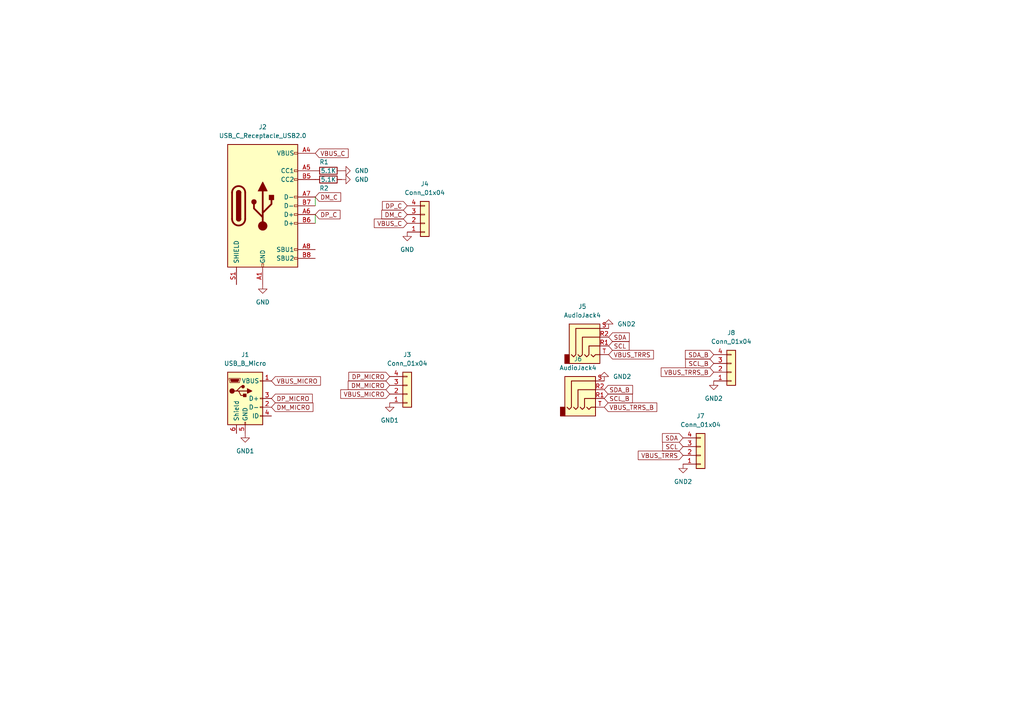
<source format=kicad_sch>
(kicad_sch (version 20211123) (generator eeschema)
  (paper "A4")
  (lib_symbols
    (symbol "Connector:AudioJack4"
      (property "Reference" "J" (at 0 8.89 0))
      (property "Value" "AudioJack4" (at 0 6.35 0))
      (symbol "AudioJack4_0_1"
        (rectangle (start -6.35 -5.08) (end -7.62 -7.62) (stroke (width 0.254)) (fill (type outline)))
        (polyline (pts (xy 0 -5.08) (xy 0.635 -5.715) (xy 1.27 -5.08) (xy 2.54 -5.08)) (stroke (width 0.254)))
        (polyline (pts (xy -5.715 -5.08) (xy -5.08 -5.715) (xy -4.445 -5.08) (xy -4.445 2.54) (xy 2.54 2.54)) (stroke (width 0.254)))
        (polyline (pts (xy -1.905 -5.08) (xy -1.27 -5.715) (xy -0.635 -5.08) (xy -0.635 -2.54) (xy 2.54 -2.54)) (stroke (width 0.254)))
        (polyline (pts (xy 2.54 0) (xy -2.54 0) (xy -2.54 -5.08) (xy -3.175 -5.715) (xy -3.81 -5.08)) (stroke (width 0.254)))
        (rectangle (start 2.54 3.81) (end -6.35 -7.62) (stroke (width 0.254)) (fill (type background)))
      )
      (symbol "AudioJack4_1_1"
        (pin passive line (at 5.08 -2.54 180) (length 2.54) (name "~") (number "R1"))
        (pin passive line (at 5.08 0 180) (length 2.54) (name "~") (number "R2"))
        (pin passive line (at 5.08 2.54 180) (length 2.54) (name "~") (number "S"))
        (pin passive line (at 5.08 -5.08 180) (length 2.54) (name "~") (number "T"))
      )
    )
    (symbol "Connector:USB_B_Micro" (pin_names (offset 1.016))
      (property "Reference" "J" (at -5.08 11.43 0))
      (property "Value" "USB_B_Micro" (at -5.08 8.89 0))
      (symbol "USB_B_Micro_0_1"
        (rectangle (start -5.08 -7.62) (end 5.08 7.62) (stroke (width 0.254)) (fill (type background)))
        (circle (center -3.81 2.159) (radius 0.635) (stroke (width 0.254)) (fill (type outline)))
        (circle (center -0.635 3.429) (radius 0.381) (stroke (width 0.254)) (fill (type outline)))
        (rectangle (start -0.127 -7.62) (end 0.127 -6.858))
        (polyline (pts (xy -1.905 2.159) (xy 0.635 2.159)) (stroke (width 0.254)))
        (polyline (pts (xy -3.175 2.159) (xy -2.54 2.159) (xy -1.27 3.429) (xy -0.635 3.429)) (stroke (width 0.254)))
        (polyline (pts (xy -2.54 2.159) (xy -1.905 2.159) (xy -1.27 0.889) (xy 0 0.889)) (stroke (width 0.254)))
        (polyline (pts (xy 0.635 2.794) (xy 0.635 1.524) (xy 1.905 2.159) (xy 0.635 2.794)) (stroke (width 0.254)) (fill (type outline)))
        (polyline (pts (xy -4.318 5.588) (xy -1.778 5.588) (xy -2.032 4.826) (xy -4.064 4.826) (xy -4.318 5.588)) (fill (type outline)))
        (polyline (pts (xy -4.699 5.842) (xy -4.699 5.588) (xy -4.445 4.826) (xy -4.445 4.572) (xy -1.651 4.572) (xy -1.651 4.826) (xy -1.397 5.588) (xy -1.397 5.842) (xy -4.699 5.842)))
        (rectangle (start 0.254 1.27) (end -0.508 0.508) (stroke (width 0.254)) (fill (type outline)))
        (rectangle (start 5.08 -5.207) (end 4.318 -4.953))
        (rectangle (start 5.08 -2.667) (end 4.318 -2.413))
        (rectangle (start 5.08 -0.127) (end 4.318 0.127))
        (rectangle (start 5.08 4.953) (end 4.318 5.207))
      )
      (symbol "USB_B_Micro_1_1"
        (pin power_out line (at 7.62 5.08 180) (length 2.54) (name "VBUS") (number "1"))
        (pin bidirectional line (at 7.62 -2.54 180) (length 2.54) (name "D-") (number "2"))
        (pin bidirectional line (at 7.62 0 180) (length 2.54) (name "D+") (number "3"))
        (pin passive line (at 7.62 -5.08 180) (length 2.54) (name "ID") (number "4"))
        (pin power_out line (at 0 -10.16 90) (length 2.54) (name "GND") (number "5"))
        (pin passive line (at -2.54 -10.16 90) (length 2.54) (name "Shield") (number "6"))
      )
    )
    (symbol "Connector:USB_C_Receptacle_USB2.0" (pin_names (offset 1.016))
      (property "Reference" "J" (at -10.16 19.05 0))
      (property "Value" "USB_C_Receptacle_USB2.0" (at 19.05 19.05 0))
      (symbol "USB_C_Receptacle_USB2.0_0_0"
        (rectangle (start -0.254 -17.78) (end 0.254 -16.764))
        (rectangle (start 10.16 -14.986) (end 9.144 -15.494))
        (rectangle (start 10.16 -12.446) (end 9.144 -12.954))
        (rectangle (start 10.16 -4.826) (end 9.144 -5.334))
        (rectangle (start 10.16 -2.286) (end 9.144 -2.794))
        (rectangle (start 10.16 0.254) (end 9.144 -0.254))
        (rectangle (start 10.16 2.794) (end 9.144 2.286))
        (rectangle (start 10.16 7.874) (end 9.144 7.366))
        (rectangle (start 10.16 10.414) (end 9.144 9.906))
        (rectangle (start 10.16 15.494) (end 9.144 14.986))
      )
      (symbol "USB_C_Receptacle_USB2.0_0_1"
        (rectangle (start -10.16 17.78) (end 10.16 -17.78) (stroke (width 0.254)) (fill (type background)))
        (arc (start -8.89 -3.81) (mid -6.985 -5.715) (end -5.08 -3.81) (stroke (width 0.508)))
        (arc (start -7.62 -3.81) (mid -6.985 -4.445) (end -6.35 -3.81) (stroke (width 0.254)))
        (arc (start -7.62 -3.81) (mid -6.985 -4.445) (end -6.35 -3.81) (stroke (width 0.254)) (fill (type outline)))
        (rectangle (start -7.62 -3.81) (end -6.35 3.81) (stroke (width 0.254)) (fill (type outline)))
        (arc (start -6.35 3.81) (mid -6.985 4.445) (end -7.62 3.81) (stroke (width 0.254)))
        (arc (start -6.35 3.81) (mid -6.985 4.445) (end -7.62 3.81) (stroke (width 0.254)) (fill (type outline)))
        (arc (start -5.08 3.81) (mid -6.985 5.715) (end -8.89 3.81) (stroke (width 0.508)))
        (circle (center -2.54 1.143) (radius 0.635) (stroke (width 0.254)) (fill (type outline)))
        (circle (center 0 -5.842) (radius 1.27) (fill (type outline)))
        (polyline (pts (xy -8.89 -3.81) (xy -8.89 3.81)) (stroke (width 0.508)))
        (polyline (pts (xy -5.08 3.81) (xy -5.08 -3.81)) (stroke (width 0.508)))
        (polyline (pts (xy 0 -5.842) (xy 0 4.318)) (stroke (width 0.508)))
        (polyline (pts (xy 0 -3.302) (xy -2.54 -0.762) (xy -2.54 0.508)) (stroke (width 0.508)))
        (polyline (pts (xy 0 -2.032) (xy 2.54 0.508) (xy 2.54 1.778)) (stroke (width 0.508)))
        (polyline (pts (xy -1.27 4.318) (xy 0 6.858) (xy 1.27 4.318) (xy -1.27 4.318)) (stroke (width 0.254)) (fill (type outline)))
        (rectangle (start 1.905 1.778) (end 3.175 3.048) (stroke (width 0.254)) (fill (type outline)))
      )
      (symbol "USB_C_Receptacle_USB2.0_1_1"
        (pin passive line (at 0 -22.86 90) (length 5.08) (name "GND") (number "A1"))
        (pin passive line (at 0 -22.86 90) (length 5.08) hide (name "GND") (number "A12"))
        (pin passive line (at 15.24 15.24 180) (length 5.08) (name "VBUS") (number "A4"))
        (pin bidirectional line (at 15.24 10.16 180) (length 5.08) (name "CC1") (number "A5"))
        (pin bidirectional line (at 15.24 -2.54 180) (length 5.08) (name "D+") (number "A6"))
        (pin bidirectional line (at 15.24 2.54 180) (length 5.08) (name "D-") (number "A7"))
        (pin bidirectional line (at 15.24 -12.7 180) (length 5.08) (name "SBU1") (number "A8"))
        (pin passive line (at 15.24 15.24 180) (length 5.08) hide (name "VBUS") (number "A9"))
        (pin passive line (at 0 -22.86 90) (length 5.08) hide (name "GND") (number "B1"))
        (pin passive line (at 0 -22.86 90) (length 5.08) hide (name "GND") (number "B12"))
        (pin passive line (at 15.24 15.24 180) (length 5.08) hide (name "VBUS") (number "B4"))
        (pin bidirectional line (at 15.24 7.62 180) (length 5.08) (name "CC2") (number "B5"))
        (pin bidirectional line (at 15.24 -5.08 180) (length 5.08) (name "D+") (number "B6"))
        (pin bidirectional line (at 15.24 0 180) (length 5.08) (name "D-") (number "B7"))
        (pin bidirectional line (at 15.24 -15.24 180) (length 5.08) (name "SBU2") (number "B8"))
        (pin passive line (at 15.24 15.24 180) (length 5.08) hide (name "VBUS") (number "B9"))
        (pin passive line (at -7.62 -22.86 90) (length 5.08) (name "SHIELD") (number "S1"))
      )
    )
    (symbol "Connector_Generic:Conn_01x04" (pin_names (offset 1.016) hide)
      (property "Reference" "J" (at 0 5.08 0))
      (property "Value" "Conn_01x04" (at 0 -7.62 0))
      (symbol "Conn_01x04_1_1"
        (rectangle (start -1.27 -4.953) (end 0 -5.207) (stroke (width 0.1524)))
        (rectangle (start -1.27 -2.413) (end 0 -2.667) (stroke (width 0.1524)))
        (rectangle (start -1.27 0.127) (end 0 -0.127) (stroke (width 0.1524)))
        (rectangle (start -1.27 2.667) (end 0 2.413) (stroke (width 0.1524)))
        (rectangle (start -1.27 3.81) (end 1.27 -6.35) (stroke (width 0.254)) (fill (type background)))
        (pin passive line (at -5.08 2.54 0) (length 3.81) (name "Pin_1") (number "1"))
        (pin passive line (at -5.08 0 0) (length 3.81) (name "Pin_2") (number "2"))
        (pin passive line (at -5.08 -2.54 0) (length 3.81) (name "Pin_3") (number "3"))
        (pin passive line (at -5.08 -5.08 0) (length 3.81) (name "Pin_4") (number "4"))
      )
    )
    (symbol "Device:R" (pin_numbers hide) (pin_names (offset 0))
      (property "Reference" "R" (at 2.032 0 90))
      (property "Value" "R" (at 0 0 90))
      (symbol "R_0_1"
        (rectangle (start -1.016 -2.54) (end 1.016 2.54) (stroke (width 0.254)))
      )
      (symbol "R_1_1"
        (pin passive line (at 0 3.81 270) (length 1.27) (name "~") (number "1"))
        (pin passive line (at 0 -3.81 90) (length 1.27) (name "~") (number "2"))
      )
    )
    (symbol "power:GND" (power) (pin_names (offset 0))
      (property "Value" "GND" (at 0 -3.81 0))
      (symbol "GND_0_1"
        (polyline (pts (xy 0 0) (xy 0 -1.27) (xy 1.27 -1.27) (xy 0 -2.54) (xy -1.27 -1.27) (xy 0 -1.27)))
      )
      (symbol "GND_1_1"
        (pin power_in line (at 0 0 270) (length 0) hide (name "GND") (number "1"))
      )
    )
    (symbol "power:GND1" (power) (pin_names (offset 0))
      (property "Value" "GND1" (at 0 -3.81 0))
      (symbol "GND1_0_1"
        (polyline (pts (xy 0 0) (xy 0 -1.27) (xy 1.27 -1.27) (xy 0 -2.54) (xy -1.27 -1.27) (xy 0 -1.27)))
      )
      (symbol "GND1_1_1"
        (pin power_in line (at 0 0 270) (length 0) hide (name "GND1") (number "1"))
      )
    )
    (symbol "power:GND2" (power) (pin_names (offset 0))
      (property "Value" "GND2" (at 0 -3.81 0))
      (symbol "GND2_0_1"
        (polyline (pts (xy 0 0) (xy 0 -1.27) (xy 1.27 -1.27) (xy 0 -2.54) (xy -1.27 -1.27) (xy 0 -1.27)))
      )
      (symbol "GND2_1_1"
        (pin power_in line (at 0 0 270) (length 0) hide (name "GND2") (number "1"))
      )
    )
  )
  (wire (pts (xy 91.44 62.23) (xy 91.44 64.77)))
  (wire (pts (xy 91.44 57.15) (xy 91.44 59.69)))
  (global_label "SCL" (shape input) (at 198.12 129.54 180) (property "Intersheet References" "${INTERSHEET_REFS}" (effects hide)))
  (global_label "VBUS_C" (shape input) (at 118.11 64.77 180) (property "Intersheet References" "${INTERSHEET_REFS}" (effects hide)))
  (global_label "SCL_B" (shape input) (at 207.01 105.41 180) (property "Intersheet References" "${INTERSHEET_REFS}" (effects hide)))
  (global_label "DM_MICRO" (shape input) (at 78.74 118.11 0) (property "Intersheet References" "${INTERSHEET_REFS}" (effects hide)))
  (global_label "VBUS_MICRO" (shape input) (at 78.74 110.49 0) (property "Intersheet References" "${INTERSHEET_REFS}" (effects hide)))
  (global_label "SDA" (shape input) (at 176.53 97.79 0) (property "Intersheet References" "${INTERSHEET_REFS}" (effects hide)))
  (global_label "SCL_B" (shape input) (at 175.26 115.57 0) (property "Intersheet References" "${INTERSHEET_REFS}" (effects hide)))
  (global_label "VBUS_TRRS_B" (shape input) (at 207.01 107.95 180) (property "Intersheet References" "${INTERSHEET_REFS}" (effects hide)))
  (global_label "DP_C" (shape input) (at 91.44 62.23 0) (property "Intersheet References" "${INTERSHEET_REFS}" (effects hide)))
  (global_label "SDA_B" (shape input) (at 207.01 102.87 180) (property "Intersheet References" "${INTERSHEET_REFS}" (effects hide)))
  (global_label "DP_MICRO" (shape input) (at 113.03 109.22 180) (property "Intersheet References" "${INTERSHEET_REFS}" (effects hide)))
  (global_label "DP_C" (shape input) (at 118.11 59.69 180) (property "Intersheet References" "${INTERSHEET_REFS}" (effects hide)))
  (global_label "VBUS_C" (shape input) (at 91.44 44.45 0) (property "Intersheet References" "${INTERSHEET_REFS}" (effects hide)))
  (global_label "DP_MICRO" (shape input) (at 78.74 115.57 0) (property "Intersheet References" "${INTERSHEET_REFS}" (effects hide)))
  (global_label "DM_C" (shape input) (at 91.44 57.15 0) (property "Intersheet References" "${INTERSHEET_REFS}" (effects hide)))
  (global_label "SDA" (shape input) (at 198.12 127 180) (property "Intersheet References" "${INTERSHEET_REFS}" (effects hide)))
  (global_label "VBUS_TRRS" (shape input) (at 198.12 132.08 180) (property "Intersheet References" "${INTERSHEET_REFS}" (effects hide)))
  (global_label "DM_MICRO" (shape input) (at 113.03 111.76 180) (property "Intersheet References" "${INTERSHEET_REFS}" (effects hide)))
  (global_label "VBUS_MICRO" (shape input) (at 113.03 114.3 180) (property "Intersheet References" "${INTERSHEET_REFS}" (effects hide)))
  (global_label "DM_C" (shape input) (at 118.11 62.23 180) (property "Intersheet References" "${INTERSHEET_REFS}" (effects hide)))
  (global_label "SDA_B" (shape input) (at 175.26 113.03 0) (property "Intersheet References" "${INTERSHEET_REFS}" (effects hide)))
  (global_label "VBUS_TRRS" (shape input) (at 176.53 102.87 0) (property "Intersheet References" "${INTERSHEET_REFS}" (effects hide)))
  (global_label "SCL" (shape input) (at 176.53 100.33 0) (property "Intersheet References" "${INTERSHEET_REFS}" (effects hide)))
  (global_label "VBUS_TRRS_B" (shape input) (at 175.26 118.11 0) (property "Intersheet References" "${INTERSHEET_REFS}" (effects hide)))
  (symbol (lib_id "power:GND") (at 99.06 49.53 90) (unit 1)
    (property "Reference" "#PWR0103" (effects hide))
    (property "Value" "GND" (at 102.87 49.5299 90) (effects (justify right)))
  )
  (symbol (lib_id "power:GND") (at 76.2 82.55 0) (unit 1)
    (property "Reference" "#PWR0102" (effects hide))
    (property "Value" "GND" (at 76.2 87.63 0))
  )
  (symbol (lib_id "Device:R") (at 95.25 49.53 90) (unit 1)
    (property "Reference" "R1" (at 93.98 46.99 90))
    (property "Value" "5.1K" (at 95.25 49.53 90))
    (property "Footprint" "Resistor_SMD:R_1206_3216Metric" (effects hide))
  )
  (symbol (lib_id "Connector_Generic:Conn_01x04") (at 203.2 132.08 0) (mirror x) (unit 1)
    (property "Reference" "J7" (at 203.2 120.65 0))
    (property "Value" "Conn_01x04" (at 203.2 123.19 0))
    (property "Footprint" "Connector_JST:JST_SH_SM04B-SRSS-TB_1x04-1MP_P1.00mm_Horizontal" (effects hide))
  )
  (symbol (lib_id "power:GND1") (at 113.03 116.84 0) (unit 1)
    (property "Reference" "#PWR0106" (effects hide))
    (property "Value" "GND1" (at 113.03 121.92 0))
  )
  (symbol (lib_id "Connector:USB_C_Receptacle_USB2.0") (at 76.2 59.69 0) (unit 1)
    (property "Reference" "J2" (at 76.2 36.83 0))
    (property "Value" "USB_C_Receptacle_USB2.0" (at 76.2 39.37 0))
    (property "Footprint" "ioparts:KH-TYPE-C-L10-14P" (effects hide))
    (property "Datasheet" "https://www.usb.org/sites/default/files/documents/usb_type-c.zip" (effects hide))
  )
  (symbol (lib_id "power:GND2") (at 207.01 110.49 0) (unit 1)
    (property "Reference" "#PWR0110" (effects hide))
    (property "Value" "GND2" (at 207.01 115.57 0))
  )
  (symbol (lib_id "Connector_Generic:Conn_01x04") (at 212.09 107.95 0) (mirror x) (unit 1)
    (property "Reference" "J8" (at 212.09 96.52 0))
    (property "Value" "Conn_01x04" (at 212.09 99.06 0))
    (property "Footprint" "Connector_JST:JST_SH_SM04B-SRSS-TB_1x04-1MP_P1.00mm_Horizontal" (effects hide))
  )
  (symbol (lib_id "Device:R") (at 95.25 52.07 90) (unit 1)
    (property "Reference" "R2" (at 93.98 54.61 90))
    (property "Value" "5.1K" (at 95.25 52.07 90))
    (property "Footprint" "Resistor_SMD:R_1206_3216Metric" (effects hide))
  )
  (symbol (lib_id "Connector:USB_B_Micro") (at 71.12 115.57 0) (unit 1)
    (property "Reference" "J1" (at 71.12 102.87 0))
    (property "Value" "USB_B_Micro" (at 71.12 105.41 0))
    (property "Footprint" "ioparts:HRO_U-G-M5WS-W-01" (effects hide))
  )
  (symbol (lib_id "power:GND1") (at 71.12 125.73 0) (unit 1)
    (property "Reference" "#PWR0101" (effects hide))
    (property "Value" "GND1" (at 71.12 130.81 0))
  )
  (symbol (lib_id "power:GND") (at 118.11 67.31 0) (unit 1)
    (property "Reference" "#PWR0105" (effects hide))
    (property "Value" "GND" (at 118.11 72.39 0))
  )
  (symbol (lib_id "Connector:AudioJack4") (at 171.45 97.79 0) (unit 1)
    (property "Reference" "J5" (at 168.91 88.9 0))
    (property "Value" "AudioJack4" (at 168.91 91.44 0))
    (property "Footprint" "Connector_Audio:Jack_3.5mm_PJ320D_Horizontal" (effects hide))
  )
  (symbol (lib_id "Connector_Generic:Conn_01x04") (at 123.19 64.77 0) (mirror x) (unit 1)
    (property "Reference" "J4" (at 123.19 53.34 0))
    (property "Value" "Conn_01x04" (at 123.19 55.88 0))
    (property "Footprint" "Connector_JST:JST_SH_BM04B-SRSS-TB_1x04-1MP_P1.00mm_Vertical" (effects hide))
  )
  (symbol (lib_id "power:GND2") (at 198.12 134.62 0) (unit 1)
    (property "Reference" "#PWR0109" (effects hide))
    (property "Value" "GND2" (at 198.12 139.7 0))
  )
  (symbol (lib_id "Connector:AudioJack4") (at 170.18 113.03 0) (unit 1)
    (property "Reference" "J6" (at 167.64 104.14 0))
    (property "Value" "AudioJack4" (at 167.64 106.68 0))
    (property "Footprint" "Connector_Audio:Jack_3.5mm_PJ320D_Horizontal" (effects hide))
  )
  (symbol (lib_id "Connector_Generic:Conn_01x04") (at 118.11 114.3 0) (mirror x) (unit 1)
    (property "Reference" "J3" (at 118.11 102.87 0))
    (property "Value" "Conn_01x04" (at 118.11 105.41 0))
    (property "Footprint" "Connector_JST:JST_SH_SM04B-SRSS-TB_1x04-1MP_P1.00mm_Horizontal" (effects hide))
  )
  (symbol (lib_id "power:GND2") (at 176.53 95.25 180) (unit 1)
    (property "Reference" "#PWR0107" (effects hide))
    (property "Value" "GND2" (at 179.07 93.9799 0) (effects (justify right)))
  )
  (symbol (lib_id "power:GND2") (at 175.26 110.49 180) (unit 1)
    (property "Reference" "#PWR0108" (effects hide))
    (property "Value" "GND2" (at 177.8 109.2199 0) (effects (justify right)))
  )
  (symbol (lib_id "power:GND") (at 99.06 52.07 90) (unit 1)
    (property "Reference" "#PWR0104" (effects hide))
    (property "Value" "GND" (at 102.87 52.0699 90) (effects (justify right)))
  )
)
</source>
